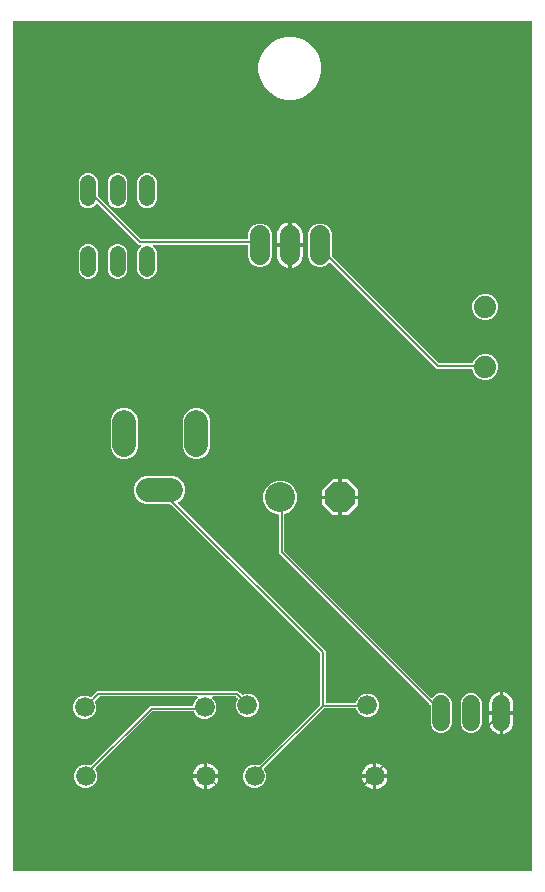
<source format=gbr>
G04 EAGLE Gerber RS-274X export*
G75*
%MOMM*%
%FSLAX34Y34*%
%LPD*%
%INBottom Copper*%
%IPPOS*%
%AMOC8*
5,1,8,0,0,1.08239X$1,22.5*%
G01*
%ADD10C,2.540000*%
%ADD11P,2.749271X8X22.500000*%
%ADD12C,1.676400*%
%ADD13C,1.879600*%
%ADD14C,1.676400*%
%ADD15C,1.524000*%
%ADD16C,2.000000*%
%ADD17C,1.320800*%
%ADD18C,0.152400*%

G36*
X469098Y110164D02*
X469098Y110164D01*
X469117Y110162D01*
X469219Y110184D01*
X469321Y110200D01*
X469338Y110210D01*
X469358Y110214D01*
X469447Y110267D01*
X469538Y110316D01*
X469552Y110330D01*
X469569Y110340D01*
X469636Y110419D01*
X469708Y110494D01*
X469716Y110512D01*
X469729Y110527D01*
X469768Y110623D01*
X469811Y110717D01*
X469813Y110737D01*
X469821Y110755D01*
X469839Y110922D01*
X469839Y829078D01*
X469836Y829098D01*
X469838Y829117D01*
X469816Y829219D01*
X469800Y829321D01*
X469790Y829338D01*
X469786Y829358D01*
X469733Y829447D01*
X469684Y829538D01*
X469670Y829552D01*
X469660Y829569D01*
X469581Y829636D01*
X469506Y829708D01*
X469488Y829716D01*
X469473Y829729D01*
X469377Y829768D01*
X469283Y829811D01*
X469263Y829813D01*
X469245Y829821D01*
X469078Y829839D01*
X30922Y829839D01*
X30902Y829836D01*
X30883Y829838D01*
X30781Y829816D01*
X30679Y829800D01*
X30662Y829790D01*
X30642Y829786D01*
X30553Y829733D01*
X30462Y829684D01*
X30448Y829670D01*
X30431Y829660D01*
X30364Y829581D01*
X30292Y829506D01*
X30284Y829488D01*
X30271Y829473D01*
X30232Y829377D01*
X30189Y829283D01*
X30187Y829263D01*
X30179Y829245D01*
X30161Y829078D01*
X30161Y110922D01*
X30164Y110902D01*
X30162Y110883D01*
X30184Y110781D01*
X30200Y110679D01*
X30210Y110662D01*
X30214Y110642D01*
X30267Y110553D01*
X30316Y110462D01*
X30330Y110448D01*
X30340Y110431D01*
X30419Y110364D01*
X30494Y110292D01*
X30512Y110284D01*
X30527Y110271D01*
X30623Y110232D01*
X30717Y110189D01*
X30737Y110187D01*
X30755Y110179D01*
X30922Y110161D01*
X469078Y110161D01*
X469098Y110164D01*
G37*
%LPC*%
G36*
X232729Y180293D02*
X232729Y180293D01*
X229088Y181801D01*
X226301Y184588D01*
X224793Y188229D01*
X224793Y192171D01*
X226301Y195812D01*
X229088Y198599D01*
X232729Y200107D01*
X236671Y200107D01*
X238111Y199510D01*
X238225Y199483D01*
X238339Y199455D01*
X238345Y199455D01*
X238351Y199454D01*
X238467Y199465D01*
X238584Y199474D01*
X238589Y199476D01*
X238596Y199477D01*
X238703Y199525D01*
X238810Y199570D01*
X238816Y199575D01*
X238820Y199577D01*
X238834Y199590D01*
X238941Y199675D01*
X289990Y250724D01*
X290043Y250798D01*
X290103Y250868D01*
X290115Y250898D01*
X290134Y250924D01*
X290161Y251011D01*
X290195Y251096D01*
X290199Y251137D01*
X290206Y251159D01*
X290205Y251191D01*
X290213Y251263D01*
X290213Y293737D01*
X290199Y293828D01*
X290191Y293918D01*
X290179Y293948D01*
X290174Y293980D01*
X290131Y294061D01*
X290095Y294145D01*
X290069Y294177D01*
X290058Y294198D01*
X290035Y294220D01*
X289990Y294276D01*
X163514Y420752D01*
X163440Y420805D01*
X163370Y420865D01*
X163340Y420877D01*
X163314Y420896D01*
X163227Y420923D01*
X163142Y420957D01*
X163101Y420961D01*
X163079Y420968D01*
X163047Y420967D01*
X162975Y420975D01*
X142008Y420975D01*
X137772Y422730D01*
X134530Y425972D01*
X132775Y430208D01*
X132775Y434792D01*
X134530Y439028D01*
X137772Y442270D01*
X142008Y444025D01*
X166592Y444025D01*
X170828Y442270D01*
X174070Y439028D01*
X175825Y434792D01*
X175825Y430208D01*
X174070Y425972D01*
X170828Y422730D01*
X169884Y422339D01*
X169845Y422314D01*
X169802Y422299D01*
X169741Y422250D01*
X169675Y422209D01*
X169645Y422174D01*
X169610Y422145D01*
X169568Y422080D01*
X169518Y422020D01*
X169501Y421977D01*
X169477Y421938D01*
X169458Y421863D01*
X169430Y421790D01*
X169428Y421744D01*
X169417Y421700D01*
X169423Y421622D01*
X169419Y421544D01*
X169432Y421500D01*
X169436Y421454D01*
X169466Y421383D01*
X169488Y421308D01*
X169514Y421270D01*
X169532Y421228D01*
X169617Y421121D01*
X169628Y421106D01*
X169632Y421103D01*
X169637Y421097D01*
X293224Y297510D01*
X294787Y295947D01*
X294787Y253048D01*
X294790Y253028D01*
X294788Y253009D01*
X294810Y252907D01*
X294826Y252805D01*
X294836Y252788D01*
X294840Y252768D01*
X294893Y252679D01*
X294942Y252588D01*
X294956Y252574D01*
X294966Y252557D01*
X295045Y252490D01*
X295120Y252418D01*
X295138Y252410D01*
X295153Y252397D01*
X295249Y252358D01*
X295343Y252315D01*
X295363Y252313D01*
X295381Y252305D01*
X295548Y252287D01*
X319933Y252287D01*
X320048Y252306D01*
X320164Y252323D01*
X320169Y252325D01*
X320175Y252326D01*
X320278Y252381D01*
X320383Y252434D01*
X320387Y252439D01*
X320393Y252442D01*
X320473Y252526D01*
X320555Y252610D01*
X320559Y252616D01*
X320562Y252620D01*
X320570Y252637D01*
X320636Y252757D01*
X321901Y255812D01*
X324688Y258599D01*
X328329Y260107D01*
X332271Y260107D01*
X335912Y258599D01*
X338699Y255812D01*
X340207Y252171D01*
X340207Y248229D01*
X338699Y244588D01*
X335912Y241801D01*
X332271Y240293D01*
X328329Y240293D01*
X324688Y241801D01*
X321901Y244588D01*
X320802Y247243D01*
X320740Y247343D01*
X320680Y247443D01*
X320675Y247447D01*
X320672Y247452D01*
X320582Y247527D01*
X320493Y247603D01*
X320487Y247605D01*
X320483Y247609D01*
X320374Y247651D01*
X320265Y247695D01*
X320258Y247696D01*
X320253Y247697D01*
X320235Y247698D01*
X320098Y247713D01*
X293763Y247713D01*
X293672Y247699D01*
X293582Y247691D01*
X293552Y247679D01*
X293520Y247674D01*
X293439Y247631D01*
X293355Y247595D01*
X293323Y247569D01*
X293302Y247558D01*
X293280Y247535D01*
X293224Y247490D01*
X242860Y197126D01*
X242849Y197110D01*
X242833Y197098D01*
X242777Y197010D01*
X242717Y196927D01*
X242711Y196908D01*
X242700Y196891D01*
X242675Y196790D01*
X242644Y196692D01*
X242645Y196672D01*
X242640Y196652D01*
X242648Y196549D01*
X242651Y196446D01*
X242658Y196427D01*
X242659Y196407D01*
X242700Y196312D01*
X242735Y196215D01*
X242748Y196199D01*
X242756Y196181D01*
X242860Y196050D01*
X243099Y195812D01*
X244607Y192171D01*
X244607Y188229D01*
X243099Y184588D01*
X240312Y181801D01*
X236671Y180293D01*
X232729Y180293D01*
G37*
%LPD*%
%LPC*%
G36*
X89729Y180293D02*
X89729Y180293D01*
X86088Y181801D01*
X83301Y184588D01*
X81793Y188229D01*
X81793Y192171D01*
X83301Y195812D01*
X86088Y198599D01*
X89729Y200107D01*
X93671Y200107D01*
X95465Y199363D01*
X95579Y199337D01*
X95692Y199308D01*
X95698Y199309D01*
X95704Y199307D01*
X95821Y199318D01*
X95937Y199327D01*
X95943Y199330D01*
X95949Y199330D01*
X96057Y199378D01*
X96164Y199424D01*
X96169Y199428D01*
X96174Y199430D01*
X96188Y199443D01*
X96295Y199528D01*
X144990Y248224D01*
X146553Y249787D01*
X181832Y249787D01*
X181852Y249790D01*
X181871Y249788D01*
X181973Y249810D01*
X182075Y249826D01*
X182092Y249836D01*
X182112Y249840D01*
X182201Y249893D01*
X182292Y249942D01*
X182306Y249956D01*
X182323Y249966D01*
X182390Y250045D01*
X182462Y250120D01*
X182470Y250138D01*
X182483Y250153D01*
X182522Y250249D01*
X182565Y250343D01*
X182567Y250363D01*
X182575Y250381D01*
X182593Y250548D01*
X182593Y250571D01*
X184101Y254212D01*
X186304Y256414D01*
X186345Y256472D01*
X186395Y256524D01*
X186417Y256571D01*
X186447Y256613D01*
X186468Y256682D01*
X186498Y256747D01*
X186504Y256799D01*
X186519Y256849D01*
X186518Y256920D01*
X186525Y256991D01*
X186514Y257042D01*
X186513Y257094D01*
X186488Y257162D01*
X186473Y257232D01*
X186446Y257277D01*
X186429Y257325D01*
X186384Y257381D01*
X186347Y257443D01*
X186307Y257477D01*
X186275Y257517D01*
X186215Y257556D01*
X186160Y257603D01*
X186112Y257622D01*
X186068Y257650D01*
X185999Y257668D01*
X185932Y257695D01*
X185861Y257703D01*
X185829Y257711D01*
X185806Y257709D01*
X185765Y257713D01*
X103763Y257713D01*
X103672Y257699D01*
X103582Y257691D01*
X103552Y257679D01*
X103520Y257674D01*
X103439Y257631D01*
X103355Y257595D01*
X103323Y257569D01*
X103302Y257558D01*
X103280Y257535D01*
X103224Y257490D01*
X99848Y254114D01*
X99780Y254020D01*
X99710Y253925D01*
X99708Y253919D01*
X99704Y253914D01*
X99670Y253803D01*
X99634Y253691D01*
X99634Y253685D01*
X99632Y253679D01*
X99635Y253562D01*
X99636Y253445D01*
X99638Y253438D01*
X99638Y253433D01*
X99645Y253416D01*
X99683Y253284D01*
X100807Y250571D01*
X100807Y246629D01*
X99299Y242988D01*
X96512Y240201D01*
X92871Y238693D01*
X88929Y238693D01*
X85288Y240201D01*
X82501Y242988D01*
X80993Y246629D01*
X80993Y250571D01*
X82501Y254212D01*
X85288Y256999D01*
X88929Y258507D01*
X92871Y258507D01*
X95867Y257266D01*
X95981Y257239D01*
X96094Y257210D01*
X96100Y257211D01*
X96107Y257209D01*
X96223Y257220D01*
X96339Y257229D01*
X96345Y257232D01*
X96351Y257232D01*
X96459Y257280D01*
X96566Y257326D01*
X96572Y257330D01*
X96576Y257332D01*
X96590Y257345D01*
X96697Y257431D01*
X101553Y262287D01*
X220947Y262287D01*
X222510Y260724D01*
X223823Y259411D01*
X223917Y259343D01*
X224011Y259273D01*
X224017Y259271D01*
X224022Y259268D01*
X224133Y259234D01*
X224245Y259197D01*
X224251Y259197D01*
X224257Y259195D01*
X224374Y259198D01*
X224491Y259200D01*
X224498Y259202D01*
X224503Y259202D01*
X224521Y259208D01*
X224652Y259246D01*
X226729Y260107D01*
X230671Y260107D01*
X234312Y258599D01*
X237099Y255812D01*
X238607Y252171D01*
X238607Y248229D01*
X237099Y244588D01*
X234312Y241801D01*
X230671Y240293D01*
X226729Y240293D01*
X223088Y241801D01*
X220301Y244588D01*
X218793Y248229D01*
X218793Y252171D01*
X220298Y255803D01*
X220325Y255917D01*
X220353Y256031D01*
X220353Y256037D01*
X220354Y256043D01*
X220343Y256160D01*
X220334Y256276D01*
X220332Y256281D01*
X220331Y256288D01*
X220283Y256395D01*
X220238Y256502D01*
X220233Y256508D01*
X220231Y256513D01*
X220219Y256526D01*
X220133Y256633D01*
X219276Y257490D01*
X219202Y257543D01*
X219132Y257603D01*
X219102Y257615D01*
X219076Y257634D01*
X218989Y257661D01*
X218904Y257695D01*
X218863Y257699D01*
X218841Y257706D01*
X218809Y257705D01*
X218737Y257713D01*
X199235Y257713D01*
X199164Y257702D01*
X199092Y257700D01*
X199043Y257682D01*
X198992Y257674D01*
X198929Y257640D01*
X198861Y257615D01*
X198821Y257583D01*
X198775Y257558D01*
X198725Y257506D01*
X198669Y257462D01*
X198641Y257418D01*
X198605Y257380D01*
X198575Y257315D01*
X198536Y257255D01*
X198524Y257204D01*
X198502Y257157D01*
X198494Y257086D01*
X198476Y257016D01*
X198480Y256964D01*
X198475Y256913D01*
X198490Y256842D01*
X198495Y256771D01*
X198516Y256723D01*
X198527Y256672D01*
X198564Y256611D01*
X198592Y256545D01*
X198636Y256489D01*
X198653Y256461D01*
X198671Y256446D01*
X198696Y256414D01*
X200899Y254212D01*
X202407Y250571D01*
X202407Y246629D01*
X200899Y242988D01*
X198112Y240201D01*
X194471Y238693D01*
X190529Y238693D01*
X186888Y240201D01*
X184101Y242988D01*
X183375Y244743D01*
X183313Y244843D01*
X183253Y244943D01*
X183248Y244947D01*
X183245Y244952D01*
X183155Y245027D01*
X183066Y245103D01*
X183060Y245105D01*
X183055Y245109D01*
X182947Y245151D01*
X182838Y245195D01*
X182830Y245196D01*
X182826Y245197D01*
X182808Y245198D01*
X182671Y245213D01*
X148763Y245213D01*
X148672Y245199D01*
X148582Y245191D01*
X148552Y245179D01*
X148520Y245174D01*
X148439Y245131D01*
X148355Y245095D01*
X148323Y245069D01*
X148302Y245058D01*
X148280Y245035D01*
X148224Y244990D01*
X100110Y196876D01*
X100099Y196860D01*
X100083Y196848D01*
X100027Y196760D01*
X99967Y196677D01*
X99961Y196658D01*
X99950Y196641D01*
X99925Y196541D01*
X99894Y196442D01*
X99895Y196422D01*
X99890Y196402D01*
X99898Y196299D01*
X99901Y196196D01*
X99908Y196177D01*
X99909Y196157D01*
X99950Y196062D01*
X99985Y195965D01*
X99998Y195949D01*
X100006Y195931D01*
X100096Y195818D01*
X101607Y192171D01*
X101607Y188229D01*
X100099Y184588D01*
X97312Y181801D01*
X93671Y180293D01*
X89729Y180293D01*
G37*
%LPD*%
%LPC*%
G36*
X261089Y762989D02*
X261089Y762989D01*
X254305Y764807D01*
X248224Y768318D01*
X243258Y773284D01*
X239747Y779365D01*
X237929Y786149D01*
X237929Y793171D01*
X239747Y799955D01*
X243258Y806036D01*
X248224Y811002D01*
X254305Y814513D01*
X261089Y816331D01*
X268111Y816331D01*
X274895Y814513D01*
X280976Y811002D01*
X285942Y806036D01*
X289453Y799955D01*
X291271Y793171D01*
X291271Y786149D01*
X289453Y779365D01*
X285942Y773284D01*
X280976Y768318D01*
X274895Y764807D01*
X268111Y762989D01*
X261089Y762989D01*
G37*
%LPD*%
%LPC*%
G36*
X390981Y226935D02*
X390981Y226935D01*
X387620Y228327D01*
X385047Y230900D01*
X383655Y234261D01*
X383655Y250295D01*
X383641Y250386D01*
X383633Y250476D01*
X383621Y250506D01*
X383616Y250538D01*
X383573Y250619D01*
X383537Y250703D01*
X383511Y250735D01*
X383500Y250756D01*
X383477Y250778D01*
X383432Y250834D01*
X256776Y377490D01*
X255213Y379053D01*
X255213Y411214D01*
X255210Y411234D01*
X255212Y411253D01*
X255190Y411355D01*
X255174Y411457D01*
X255164Y411474D01*
X255160Y411494D01*
X255107Y411583D01*
X255058Y411674D01*
X255044Y411688D01*
X255034Y411705D01*
X254955Y411772D01*
X254880Y411844D01*
X254862Y411852D01*
X254847Y411865D01*
X254751Y411904D01*
X254657Y411947D01*
X254637Y411949D01*
X254619Y411957D01*
X254452Y411975D01*
X253471Y411975D01*
X248242Y414141D01*
X244241Y418142D01*
X242075Y423371D01*
X242075Y429029D01*
X244241Y434258D01*
X248242Y438259D01*
X253471Y440425D01*
X259129Y440425D01*
X264358Y438259D01*
X268359Y434258D01*
X270525Y429029D01*
X270525Y423371D01*
X268359Y418142D01*
X264358Y414141D01*
X260257Y412442D01*
X260157Y412381D01*
X260057Y412321D01*
X260053Y412316D01*
X260048Y412313D01*
X259973Y412222D01*
X259897Y412134D01*
X259895Y412128D01*
X259891Y412123D01*
X259849Y412015D01*
X259805Y411906D01*
X259804Y411898D01*
X259803Y411893D01*
X259802Y411875D01*
X259787Y411739D01*
X259787Y381262D01*
X259801Y381172D01*
X259809Y381081D01*
X259821Y381052D01*
X259826Y381020D01*
X259869Y380939D01*
X259905Y380855D01*
X259931Y380823D01*
X259942Y380802D01*
X259965Y380780D01*
X260010Y380724D01*
X384102Y256632D01*
X384119Y256620D01*
X384131Y256604D01*
X384218Y256548D01*
X384302Y256488D01*
X384321Y256482D01*
X384338Y256471D01*
X384438Y256446D01*
X384537Y256416D01*
X384557Y256416D01*
X384576Y256411D01*
X384679Y256419D01*
X384783Y256422D01*
X384802Y256429D01*
X384822Y256430D01*
X384917Y256471D01*
X385014Y256506D01*
X385030Y256519D01*
X385048Y256527D01*
X385179Y256632D01*
X387620Y259073D01*
X390981Y260465D01*
X394619Y260465D01*
X397980Y259073D01*
X400553Y256500D01*
X401945Y253139D01*
X401945Y234261D01*
X400553Y230900D01*
X397980Y228327D01*
X394619Y226935D01*
X390981Y226935D01*
G37*
%LPD*%
%LPC*%
G36*
X141975Y611295D02*
X141975Y611295D01*
X138987Y612533D01*
X136701Y614819D01*
X135463Y617807D01*
X135463Y634249D01*
X136701Y637237D01*
X138378Y638914D01*
X138420Y638972D01*
X138469Y639024D01*
X138491Y639071D01*
X138522Y639113D01*
X138543Y639182D01*
X138573Y639247D01*
X138579Y639299D01*
X138594Y639349D01*
X138592Y639420D01*
X138600Y639491D01*
X138589Y639542D01*
X138588Y639594D01*
X138563Y639662D01*
X138548Y639732D01*
X138521Y639777D01*
X138503Y639825D01*
X138458Y639881D01*
X138421Y639943D01*
X138382Y639977D01*
X138349Y640017D01*
X138289Y640056D01*
X138235Y640103D01*
X138186Y640122D01*
X138142Y640150D01*
X138073Y640168D01*
X138006Y640195D01*
X137935Y640203D01*
X137904Y640211D01*
X137881Y640209D01*
X137840Y640213D01*
X136553Y640213D01*
X134990Y641776D01*
X101887Y674880D01*
X101849Y674906D01*
X101818Y674941D01*
X101750Y674978D01*
X101687Y675023D01*
X101643Y675037D01*
X101602Y675059D01*
X101526Y675073D01*
X101452Y675095D01*
X101406Y675094D01*
X101360Y675102D01*
X101283Y675091D01*
X101206Y675089D01*
X101162Y675073D01*
X101117Y675066D01*
X101048Y675031D01*
X100975Y675005D01*
X100939Y674976D01*
X100937Y674975D01*
X100936Y674974D01*
X100898Y674955D01*
X100847Y674903D01*
X100806Y674871D01*
X100802Y674866D01*
X100783Y674851D01*
X100776Y674840D01*
X98413Y672477D01*
X95425Y671239D01*
X92191Y671239D01*
X89203Y672477D01*
X86917Y674763D01*
X85679Y677751D01*
X85679Y694193D01*
X86917Y697181D01*
X89203Y699467D01*
X92191Y700705D01*
X95425Y700705D01*
X98413Y699467D01*
X100699Y697181D01*
X101937Y694193D01*
X101937Y681613D01*
X101951Y681522D01*
X101959Y681432D01*
X101971Y681402D01*
X101976Y681370D01*
X102019Y681289D01*
X102055Y681205D01*
X102081Y681173D01*
X102092Y681152D01*
X102115Y681130D01*
X102160Y681074D01*
X138224Y645010D01*
X138298Y644957D01*
X138368Y644897D01*
X138398Y644885D01*
X138424Y644866D01*
X138511Y644839D01*
X138596Y644805D01*
X138637Y644801D01*
X138659Y644794D01*
X138691Y644795D01*
X138763Y644787D01*
X228532Y644787D01*
X228552Y644790D01*
X228571Y644788D01*
X228673Y644810D01*
X228775Y644826D01*
X228792Y644836D01*
X228812Y644840D01*
X228901Y644893D01*
X228992Y644942D01*
X229006Y644956D01*
X229023Y644966D01*
X229090Y645045D01*
X229162Y645120D01*
X229170Y645138D01*
X229183Y645153D01*
X229222Y645249D01*
X229265Y645343D01*
X229267Y645363D01*
X229275Y645381D01*
X229293Y645548D01*
X229293Y650153D01*
X230801Y653794D01*
X233588Y656581D01*
X237229Y658089D01*
X241171Y658089D01*
X244812Y656581D01*
X247599Y653794D01*
X249107Y650153D01*
X249107Y629447D01*
X247599Y625806D01*
X244812Y623019D01*
X241171Y621511D01*
X237229Y621511D01*
X233588Y623019D01*
X230801Y625806D01*
X229293Y629447D01*
X229293Y639452D01*
X229290Y639472D01*
X229292Y639491D01*
X229270Y639593D01*
X229254Y639695D01*
X229244Y639712D01*
X229240Y639732D01*
X229187Y639821D01*
X229138Y639912D01*
X229124Y639926D01*
X229114Y639943D01*
X229035Y640010D01*
X228960Y640082D01*
X228942Y640090D01*
X228927Y640103D01*
X228831Y640142D01*
X228737Y640185D01*
X228717Y640187D01*
X228699Y640195D01*
X228532Y640213D01*
X149344Y640213D01*
X149274Y640202D01*
X149202Y640200D01*
X149153Y640182D01*
X149102Y640174D01*
X149038Y640140D01*
X148971Y640115D01*
X148930Y640083D01*
X148884Y640058D01*
X148835Y640006D01*
X148779Y639962D01*
X148751Y639918D01*
X148715Y639880D01*
X148685Y639815D01*
X148646Y639755D01*
X148633Y639704D01*
X148611Y639657D01*
X148603Y639586D01*
X148586Y639516D01*
X148590Y639464D01*
X148584Y639413D01*
X148599Y639342D01*
X148605Y639271D01*
X148625Y639223D01*
X148636Y639172D01*
X148673Y639111D01*
X148701Y639045D01*
X148746Y638989D01*
X148763Y638961D01*
X148780Y638946D01*
X148806Y638914D01*
X150483Y637237D01*
X151721Y634249D01*
X151721Y617807D01*
X150483Y614819D01*
X148197Y612533D01*
X145209Y611295D01*
X141975Y611295D01*
G37*
%LPD*%
%LPC*%
G36*
X427927Y525877D02*
X427927Y525877D01*
X423913Y527540D01*
X420840Y530613D01*
X419129Y534743D01*
X419068Y534843D01*
X419008Y534943D01*
X419003Y534947D01*
X419000Y534952D01*
X418910Y535027D01*
X418821Y535103D01*
X418815Y535105D01*
X418810Y535109D01*
X418702Y535151D01*
X418593Y535195D01*
X418585Y535196D01*
X418581Y535197D01*
X418562Y535198D01*
X418426Y535213D01*
X389053Y535213D01*
X387490Y536776D01*
X298967Y625299D01*
X298951Y625310D01*
X298939Y625326D01*
X298851Y625382D01*
X298768Y625442D01*
X298749Y625448D01*
X298732Y625459D01*
X298631Y625484D01*
X298533Y625515D01*
X298513Y625514D01*
X298493Y625519D01*
X298390Y625511D01*
X298287Y625508D01*
X298268Y625501D01*
X298248Y625500D01*
X298153Y625459D01*
X298056Y625424D01*
X298040Y625411D01*
X298022Y625403D01*
X297891Y625299D01*
X295612Y623019D01*
X291971Y621511D01*
X288029Y621511D01*
X284388Y623019D01*
X281601Y625806D01*
X280093Y629447D01*
X280093Y650153D01*
X281601Y653794D01*
X284388Y656581D01*
X288029Y658089D01*
X291971Y658089D01*
X295612Y656581D01*
X298399Y653794D01*
X299907Y650153D01*
X299907Y631142D01*
X299921Y631052D01*
X299929Y630961D01*
X299941Y630932D01*
X299946Y630900D01*
X299989Y630819D01*
X300025Y630735D01*
X300051Y630703D01*
X300062Y630682D01*
X300085Y630660D01*
X300130Y630604D01*
X390724Y540010D01*
X390798Y539957D01*
X390868Y539897D01*
X390898Y539885D01*
X390924Y539866D01*
X391011Y539839D01*
X391096Y539805D01*
X391137Y539801D01*
X391159Y539794D01*
X391191Y539795D01*
X391263Y539787D01*
X419006Y539787D01*
X419121Y539806D01*
X419237Y539823D01*
X419242Y539825D01*
X419249Y539826D01*
X419351Y539881D01*
X419456Y539934D01*
X419460Y539939D01*
X419466Y539942D01*
X419546Y540026D01*
X419628Y540110D01*
X419632Y540116D01*
X419635Y540120D01*
X419643Y540137D01*
X419709Y540257D01*
X420840Y542987D01*
X423913Y546060D01*
X427927Y547723D01*
X432273Y547723D01*
X436287Y546060D01*
X439360Y542987D01*
X441023Y538973D01*
X441023Y534627D01*
X439360Y530613D01*
X436287Y527540D01*
X432273Y525877D01*
X427927Y525877D01*
G37*
%LPD*%
%LPC*%
G36*
X183008Y458975D02*
X183008Y458975D01*
X178772Y460730D01*
X175530Y463972D01*
X173775Y468208D01*
X173775Y492792D01*
X175530Y497028D01*
X178772Y500270D01*
X183008Y502025D01*
X187592Y502025D01*
X191828Y500270D01*
X195070Y497028D01*
X196825Y492792D01*
X196825Y468208D01*
X195070Y463972D01*
X191828Y460730D01*
X187592Y458975D01*
X183008Y458975D01*
G37*
%LPD*%
%LPC*%
G36*
X122008Y458975D02*
X122008Y458975D01*
X117772Y460730D01*
X114530Y463972D01*
X112775Y468208D01*
X112775Y492792D01*
X114530Y497028D01*
X117772Y500270D01*
X122008Y502025D01*
X126592Y502025D01*
X130828Y500270D01*
X134070Y497028D01*
X135825Y492792D01*
X135825Y468208D01*
X134070Y463972D01*
X130828Y460730D01*
X126592Y458975D01*
X122008Y458975D01*
G37*
%LPD*%
%LPC*%
G36*
X416381Y226935D02*
X416381Y226935D01*
X413020Y228327D01*
X410447Y230900D01*
X409055Y234261D01*
X409055Y253139D01*
X410447Y256500D01*
X413020Y259073D01*
X416381Y260465D01*
X420019Y260465D01*
X423380Y259073D01*
X425953Y256500D01*
X427345Y253139D01*
X427345Y234261D01*
X425953Y230900D01*
X423380Y228327D01*
X420019Y226935D01*
X416381Y226935D01*
G37*
%LPD*%
%LPC*%
G36*
X141975Y671239D02*
X141975Y671239D01*
X138987Y672477D01*
X136701Y674763D01*
X135463Y677751D01*
X135463Y694193D01*
X136701Y697181D01*
X138987Y699467D01*
X141975Y700705D01*
X145209Y700705D01*
X148197Y699467D01*
X150483Y697181D01*
X151721Y694193D01*
X151721Y677751D01*
X150483Y674763D01*
X148197Y672477D01*
X145209Y671239D01*
X141975Y671239D01*
G37*
%LPD*%
%LPC*%
G36*
X117083Y671239D02*
X117083Y671239D01*
X114095Y672477D01*
X111809Y674763D01*
X110571Y677751D01*
X110571Y694193D01*
X111809Y697181D01*
X114095Y699467D01*
X117083Y700705D01*
X120317Y700705D01*
X123305Y699467D01*
X125591Y697181D01*
X126829Y694193D01*
X126829Y677751D01*
X125591Y674763D01*
X123305Y672477D01*
X120317Y671239D01*
X117083Y671239D01*
G37*
%LPD*%
%LPC*%
G36*
X117083Y611295D02*
X117083Y611295D01*
X114095Y612533D01*
X111809Y614819D01*
X110571Y617807D01*
X110571Y634249D01*
X111809Y637237D01*
X114095Y639523D01*
X117083Y640761D01*
X120317Y640761D01*
X123305Y639523D01*
X125591Y637237D01*
X126829Y634249D01*
X126829Y617807D01*
X125591Y614819D01*
X123305Y612533D01*
X120317Y611295D01*
X117083Y611295D01*
G37*
%LPD*%
%LPC*%
G36*
X92191Y611295D02*
X92191Y611295D01*
X89203Y612533D01*
X86917Y614819D01*
X85679Y617807D01*
X85679Y634249D01*
X86917Y637237D01*
X89203Y639523D01*
X92191Y640761D01*
X95425Y640761D01*
X98413Y639523D01*
X100699Y637237D01*
X101937Y634249D01*
X101937Y617807D01*
X100699Y614819D01*
X98413Y612533D01*
X95425Y611295D01*
X92191Y611295D01*
G37*
%LPD*%
%LPC*%
G36*
X427927Y576677D02*
X427927Y576677D01*
X423913Y578340D01*
X420840Y581413D01*
X419177Y585427D01*
X419177Y589773D01*
X420840Y593787D01*
X423913Y596860D01*
X427927Y598523D01*
X432273Y598523D01*
X436287Y596860D01*
X439360Y593787D01*
X441023Y589773D01*
X441023Y585427D01*
X439360Y581413D01*
X436287Y578340D01*
X432273Y576677D01*
X427927Y576677D01*
G37*
%LPD*%
%LPC*%
G36*
X308623Y427723D02*
X308623Y427723D01*
X308623Y441441D01*
X313413Y441441D01*
X322341Y432513D01*
X322341Y427723D01*
X308623Y427723D01*
G37*
%LPD*%
%LPC*%
G36*
X308623Y410959D02*
X308623Y410959D01*
X308623Y424677D01*
X322341Y424677D01*
X322341Y419887D01*
X313413Y410959D01*
X308623Y410959D01*
G37*
%LPD*%
%LPC*%
G36*
X291859Y427723D02*
X291859Y427723D01*
X291859Y432513D01*
X300787Y441441D01*
X305577Y441441D01*
X305577Y427723D01*
X291859Y427723D01*
G37*
%LPD*%
%LPC*%
G36*
X300787Y410959D02*
X300787Y410959D01*
X291859Y419887D01*
X291859Y424677D01*
X305577Y424677D01*
X305577Y410959D01*
X300787Y410959D01*
G37*
%LPD*%
%LPC*%
G36*
X266123Y641323D02*
X266123Y641323D01*
X266123Y659000D01*
X267158Y658836D01*
X268793Y658304D01*
X270325Y657524D01*
X271716Y656513D01*
X272931Y655298D01*
X273942Y653907D01*
X274722Y652375D01*
X275254Y650740D01*
X275523Y649042D01*
X275523Y641323D01*
X266123Y641323D01*
G37*
%LPD*%
%LPC*%
G36*
X266123Y638277D02*
X266123Y638277D01*
X275523Y638277D01*
X275523Y630558D01*
X275254Y628860D01*
X274722Y627225D01*
X273942Y625693D01*
X272931Y624302D01*
X271716Y623087D01*
X270325Y622076D01*
X268793Y621296D01*
X267158Y620764D01*
X266123Y620600D01*
X266123Y638277D01*
G37*
%LPD*%
%LPC*%
G36*
X253677Y641323D02*
X253677Y641323D01*
X253677Y649042D01*
X253946Y650740D01*
X254478Y652375D01*
X255258Y653907D01*
X256269Y655298D01*
X257484Y656513D01*
X258875Y657524D01*
X260407Y658304D01*
X262042Y658836D01*
X263077Y659000D01*
X263077Y641323D01*
X253677Y641323D01*
G37*
%LPD*%
%LPC*%
G36*
X262042Y620764D02*
X262042Y620764D01*
X260407Y621296D01*
X258875Y622076D01*
X257484Y623087D01*
X256269Y624302D01*
X255258Y625693D01*
X254478Y627225D01*
X253946Y628860D01*
X253677Y630558D01*
X253677Y638277D01*
X263077Y638277D01*
X263077Y620600D01*
X262042Y620764D01*
G37*
%LPD*%
%LPC*%
G36*
X445123Y245223D02*
X445123Y245223D01*
X445123Y261366D01*
X445979Y261231D01*
X447500Y260736D01*
X448925Y260010D01*
X450219Y259070D01*
X451350Y257939D01*
X452290Y256645D01*
X453016Y255220D01*
X453511Y253699D01*
X453761Y252120D01*
X453761Y245223D01*
X445123Y245223D01*
G37*
%LPD*%
%LPC*%
G36*
X445123Y242177D02*
X445123Y242177D01*
X453761Y242177D01*
X453761Y235280D01*
X453511Y233701D01*
X453016Y232180D01*
X452290Y230755D01*
X451350Y229461D01*
X450219Y228330D01*
X448925Y227390D01*
X447500Y226664D01*
X445979Y226169D01*
X445123Y226034D01*
X445123Y242177D01*
G37*
%LPD*%
%LPC*%
G36*
X433439Y245223D02*
X433439Y245223D01*
X433439Y252120D01*
X433689Y253699D01*
X434184Y255220D01*
X434910Y256645D01*
X435850Y257939D01*
X436981Y259070D01*
X438275Y260010D01*
X439700Y260736D01*
X441221Y261231D01*
X442077Y261366D01*
X442077Y245223D01*
X433439Y245223D01*
G37*
%LPD*%
%LPC*%
G36*
X441221Y226169D02*
X441221Y226169D01*
X439700Y226664D01*
X438275Y227390D01*
X436981Y228330D01*
X435850Y229461D01*
X434910Y230755D01*
X434184Y232180D01*
X433689Y233701D01*
X433439Y235280D01*
X433439Y242177D01*
X442077Y242177D01*
X442077Y226034D01*
X441221Y226169D01*
G37*
%LPD*%
%LPC*%
G36*
X194823Y191723D02*
X194823Y191723D01*
X194823Y201018D01*
X195858Y200854D01*
X197493Y200322D01*
X199025Y199542D01*
X200416Y198531D01*
X201631Y197316D01*
X202642Y195925D01*
X203422Y194393D01*
X203954Y192758D01*
X204118Y191723D01*
X194823Y191723D01*
G37*
%LPD*%
%LPC*%
G36*
X337823Y191723D02*
X337823Y191723D01*
X337823Y201018D01*
X338858Y200854D01*
X340493Y200322D01*
X342025Y199542D01*
X343416Y198531D01*
X344631Y197316D01*
X345642Y195925D01*
X346422Y194393D01*
X346954Y192758D01*
X347118Y191723D01*
X337823Y191723D01*
G37*
%LPD*%
%LPC*%
G36*
X182482Y191723D02*
X182482Y191723D01*
X182646Y192758D01*
X183178Y194393D01*
X183958Y195925D01*
X184969Y197316D01*
X186184Y198531D01*
X187575Y199542D01*
X189107Y200322D01*
X190742Y200854D01*
X191777Y201018D01*
X191777Y191723D01*
X182482Y191723D01*
G37*
%LPD*%
%LPC*%
G36*
X325482Y191723D02*
X325482Y191723D01*
X325646Y192758D01*
X326178Y194393D01*
X326958Y195925D01*
X327969Y197316D01*
X329184Y198531D01*
X330575Y199542D01*
X332107Y200322D01*
X333742Y200854D01*
X334777Y201018D01*
X334777Y191723D01*
X325482Y191723D01*
G37*
%LPD*%
%LPC*%
G36*
X194823Y188677D02*
X194823Y188677D01*
X204118Y188677D01*
X203954Y187642D01*
X203422Y186007D01*
X202642Y184475D01*
X201631Y183084D01*
X200416Y181869D01*
X199025Y180858D01*
X197493Y180078D01*
X195858Y179546D01*
X194823Y179382D01*
X194823Y188677D01*
G37*
%LPD*%
%LPC*%
G36*
X337823Y188677D02*
X337823Y188677D01*
X347118Y188677D01*
X346954Y187642D01*
X346422Y186007D01*
X345642Y184475D01*
X344631Y183084D01*
X343416Y181869D01*
X342025Y180858D01*
X340493Y180078D01*
X338858Y179546D01*
X337823Y179382D01*
X337823Y188677D01*
G37*
%LPD*%
%LPC*%
G36*
X190742Y179546D02*
X190742Y179546D01*
X189107Y180078D01*
X187575Y180858D01*
X186184Y181869D01*
X184969Y183084D01*
X183958Y184475D01*
X183178Y186007D01*
X182646Y187642D01*
X182482Y188677D01*
X191777Y188677D01*
X191777Y179382D01*
X190742Y179546D01*
G37*
%LPD*%
%LPC*%
G36*
X333742Y179546D02*
X333742Y179546D01*
X332107Y180078D01*
X330575Y180858D01*
X329184Y181869D01*
X327969Y183084D01*
X326958Y184475D01*
X326178Y186007D01*
X325646Y187642D01*
X325482Y188677D01*
X334777Y188677D01*
X334777Y179382D01*
X333742Y179546D01*
G37*
%LPD*%
%LPC*%
G36*
X193299Y190199D02*
X193299Y190199D01*
X193299Y190201D01*
X193301Y190201D01*
X193301Y190199D01*
X193299Y190199D01*
G37*
%LPD*%
%LPC*%
G36*
X264599Y639799D02*
X264599Y639799D01*
X264599Y639801D01*
X264601Y639801D01*
X264601Y639799D01*
X264599Y639799D01*
G37*
%LPD*%
%LPC*%
G36*
X443599Y243699D02*
X443599Y243699D01*
X443599Y243701D01*
X443601Y243701D01*
X443601Y243699D01*
X443599Y243699D01*
G37*
%LPD*%
%LPC*%
G36*
X336299Y190199D02*
X336299Y190199D01*
X336299Y190201D01*
X336301Y190201D01*
X336301Y190199D01*
X336299Y190199D01*
G37*
%LPD*%
%LPC*%
G36*
X307099Y426199D02*
X307099Y426199D01*
X307099Y426201D01*
X307101Y426201D01*
X307101Y426199D01*
X307099Y426199D01*
G37*
%LPD*%
D10*
X256300Y426200D03*
D11*
X307100Y426200D03*
D12*
X192500Y248600D03*
X90900Y248600D03*
X330300Y250200D03*
X228700Y250200D03*
X193300Y190200D03*
X91700Y190200D03*
X336300Y190200D03*
X234700Y190200D03*
D13*
X430100Y536800D03*
X430100Y587600D03*
D14*
X239200Y631418D02*
X239200Y648182D01*
X264600Y648182D02*
X264600Y631418D01*
X290000Y631418D02*
X290000Y648182D01*
D15*
X392800Y251320D02*
X392800Y236080D01*
X418200Y236080D02*
X418200Y251320D01*
X443600Y251320D02*
X443600Y236080D01*
D16*
X185300Y470500D02*
X185300Y490500D01*
X124300Y490500D02*
X124300Y470500D01*
X144300Y432500D02*
X164300Y432500D01*
D17*
X143592Y619424D02*
X143592Y632632D01*
X93808Y632632D02*
X93808Y619424D01*
X143592Y679368D02*
X143592Y692576D01*
X93808Y692576D02*
X93808Y679368D01*
X118700Y632632D02*
X118700Y619424D01*
X118700Y679368D02*
X118700Y692576D01*
D18*
X220000Y260000D02*
X227500Y252500D01*
X220000Y260000D02*
X102500Y260000D01*
X92500Y250000D01*
X227500Y252500D02*
X228700Y250200D01*
X92500Y250000D02*
X90900Y248600D01*
X92500Y192500D02*
X147500Y247500D01*
X192500Y247500D01*
X92500Y192500D02*
X91700Y190200D01*
X192500Y247500D02*
X192500Y248600D01*
X235000Y192500D02*
X292500Y250000D01*
X330000Y250000D01*
X235000Y192500D02*
X234700Y190200D01*
X330000Y250000D02*
X330300Y250200D01*
X292500Y295000D02*
X155000Y432500D01*
X292500Y295000D02*
X292500Y250000D01*
X155000Y432500D02*
X154300Y432500D01*
X137500Y642500D02*
X95000Y685000D01*
X137500Y642500D02*
X235000Y642500D01*
X237500Y640000D01*
X95000Y685000D02*
X93808Y685972D01*
X237500Y640000D02*
X239200Y639800D01*
X257500Y380000D02*
X392500Y245000D01*
X257500Y380000D02*
X257500Y425000D01*
X392500Y245000D02*
X392800Y243700D01*
X257500Y425000D02*
X256300Y426200D01*
X390000Y537500D02*
X290000Y637500D01*
X390000Y537500D02*
X430000Y537500D01*
X290000Y637500D02*
X290000Y639800D01*
X430000Y537500D02*
X430100Y536800D01*
X195000Y190000D02*
X207500Y177500D01*
X322500Y177500D01*
X335000Y190000D01*
X195000Y190000D02*
X193300Y190200D01*
X335000Y190000D02*
X336300Y190200D01*
X337500Y192500D02*
X370000Y225000D01*
X425000Y225000D01*
X442500Y242500D01*
X337500Y192500D02*
X336300Y190200D01*
X442500Y242500D02*
X443600Y243700D01*
M02*

</source>
